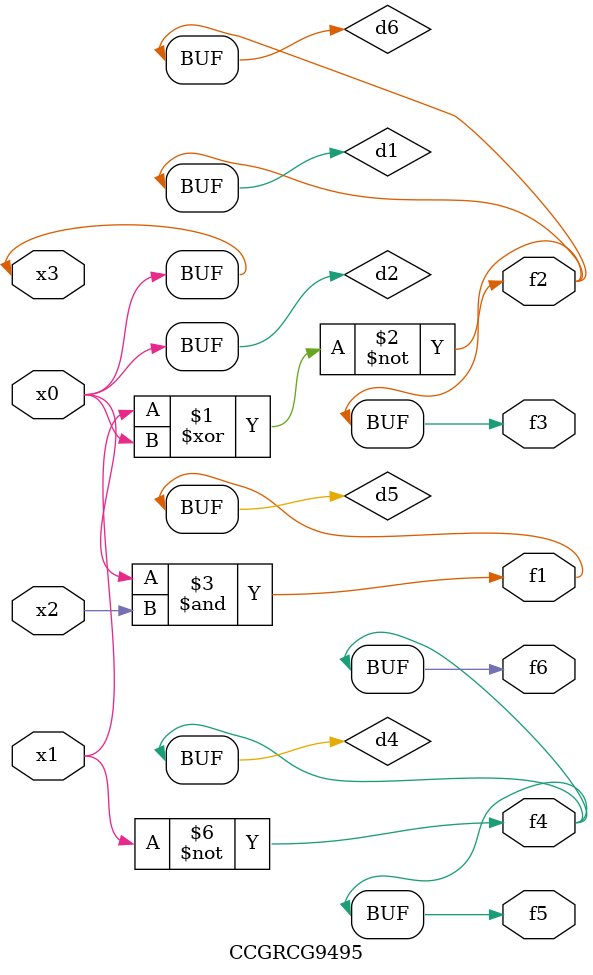
<source format=v>
module CCGRCG9495(
	input x0, x1, x2, x3,
	output f1, f2, f3, f4, f5, f6
);

	wire d1, d2, d3, d4, d5, d6;

	xnor (d1, x1, x3);
	buf (d2, x0, x3);
	nand (d3, x0, x2);
	not (d4, x1);
	nand (d5, d3);
	or (d6, d1);
	assign f1 = d5;
	assign f2 = d6;
	assign f3 = d6;
	assign f4 = d4;
	assign f5 = d4;
	assign f6 = d4;
endmodule

</source>
